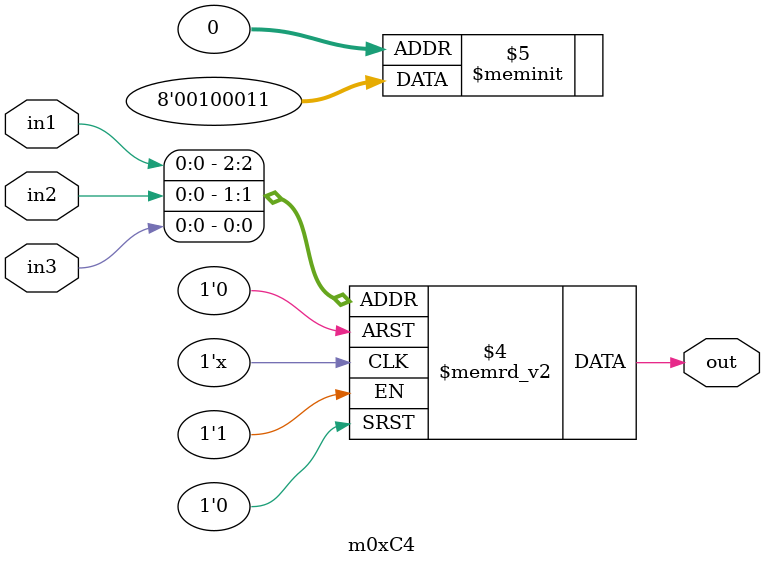
<source format=v>
module m0xC4(output out, input in1, in2, in3);

   always @(in1, in2, in3)
     begin
        case({in1, in2, in3})
          3'b000: {out} = 1'b1;
          3'b001: {out} = 1'b1;
          3'b010: {out} = 1'b0;
          3'b011: {out} = 1'b0;
          3'b100: {out} = 1'b0;
          3'b101: {out} = 1'b1;
          3'b110: {out} = 1'b0;
          3'b111: {out} = 1'b0;
        endcase // case ({in1, in2, in3})
     end // always @ (in1, in2, in3)

endmodule // m0xC4
</source>
